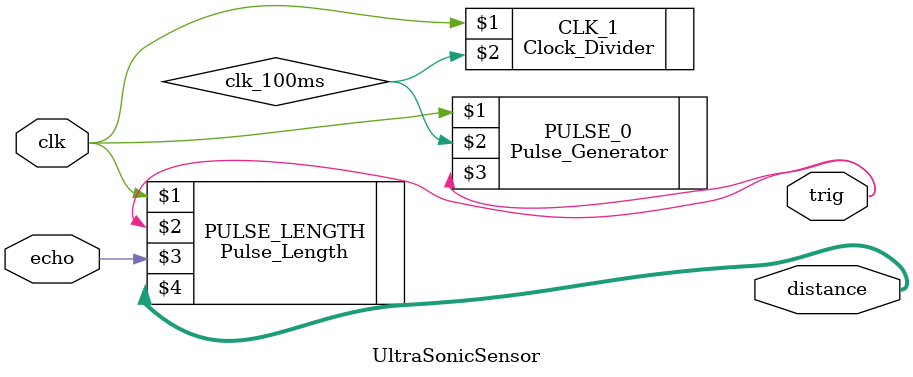
<source format=v>
`timescale 1ns / 1ps


module UltraSonicSensor
(
    input clk,
    input echo,
    output [12:0] distance,
    output trig
);

parameter MEASURE_CYCLE = 12500000; // Measures every 250ms 
parameter TRIGGER_LENGTH = 500;    // Pulse of TRIGGER_LENGTH*20ns

wire clk_100ms;

Clock_Divider #(.CYCLES(MEASURE_CYCLE)) CLK_1 (clk,clk_100ms);
Pulse_Generator #(.PULSE_LENGTH(TRIGGER_LENGTH)) PULSE_0 (clk,clk_100ms,trig);
Pulse_Length PULSE_LENGTH (clk,trig,echo,distance);

endmodule

</source>
